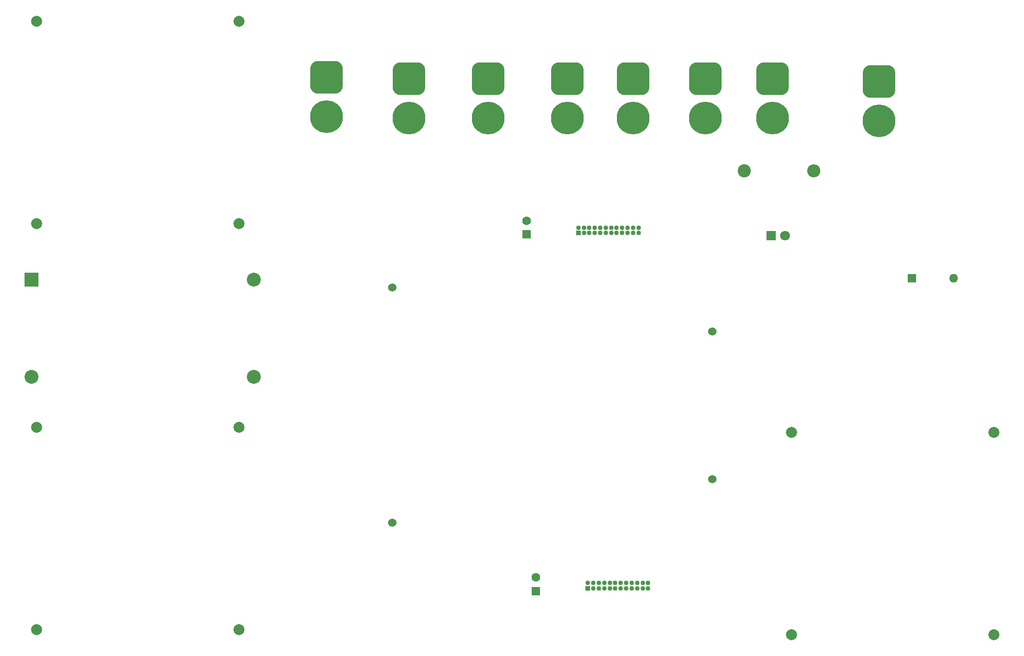
<source format=gbr>
%TF.GenerationSoftware,KiCad,Pcbnew,8.0.4*%
%TF.CreationDate,2025-03-28T09:25:27+01:00*%
%TF.ProjectId,final_agv_pdb,66696e61-6c5f-4616-9776-5f7064622e6b,rev?*%
%TF.SameCoordinates,Original*%
%TF.FileFunction,Soldermask,Top*%
%TF.FilePolarity,Negative*%
%FSLAX46Y46*%
G04 Gerber Fmt 4.6, Leading zero omitted, Abs format (unit mm)*
G04 Created by KiCad (PCBNEW 8.0.4) date 2025-03-28 09:25:27*
%MOMM*%
%LPD*%
G01*
G04 APERTURE LIST*
G04 Aperture macros list*
%AMRoundRect*
0 Rectangle with rounded corners*
0 $1 Rounding radius*
0 $2 $3 $4 $5 $6 $7 $8 $9 X,Y pos of 4 corners*
0 Add a 4 corners polygon primitive as box body*
4,1,4,$2,$3,$4,$5,$6,$7,$8,$9,$2,$3,0*
0 Add four circle primitives for the rounded corners*
1,1,$1+$1,$2,$3*
1,1,$1+$1,$4,$5*
1,1,$1+$1,$6,$7*
1,1,$1+$1,$8,$9*
0 Add four rect primitives between the rounded corners*
20,1,$1+$1,$2,$3,$4,$5,0*
20,1,$1+$1,$4,$5,$6,$7,0*
20,1,$1+$1,$6,$7,$8,$9,0*
20,1,$1+$1,$8,$9,$2,$3,0*%
G04 Aperture macros list end*
%ADD10RoundRect,1.500000X-1.500000X1.500000X-1.500000X-1.500000X1.500000X-1.500000X1.500000X1.500000X0*%
%ADD11C,6.000000*%
%ADD12O,2.400000X2.400000*%
%ADD13C,2.400000*%
%ADD14C,1.800000*%
%ADD15R,1.800000X1.800000*%
%ADD16R,1.600000X1.600000*%
%ADD17O,1.600000X1.600000*%
%ADD18C,1.600000*%
%ADD19R,2.540000X2.540000*%
%ADD20C,2.540000*%
%ADD21R,0.850000X0.850000*%
%ADD22O,0.850000X0.850000*%
%ADD23C,2.000000*%
%ADD24C,1.524000*%
G04 APERTURE END LIST*
D10*
%TO.C,J7*%
X212500000Y-50750000D03*
D11*
X212500000Y-57950000D03*
%TD*%
D10*
%TO.C,J6*%
X200250000Y-50750000D03*
D11*
X200250000Y-57950000D03*
%TD*%
D10*
%TO.C,J5*%
X187000000Y-50800000D03*
D11*
X187000000Y-58000000D03*
%TD*%
D10*
%TO.C,J4*%
X175000000Y-50800000D03*
D11*
X175000000Y-58000000D03*
%TD*%
D10*
%TO.C,J3*%
X160500000Y-50800000D03*
D11*
X160500000Y-58000000D03*
%TD*%
D10*
%TO.C,J2*%
X146000000Y-50800000D03*
D11*
X146000000Y-58000000D03*
%TD*%
D10*
%TO.C,J1*%
X131000000Y-50550000D03*
D11*
X131000000Y-57750000D03*
%TD*%
D12*
%TO.C,R1*%
X220060000Y-67590000D03*
D13*
X207360000Y-67590000D03*
%TD*%
D14*
%TO.C,D1*%
X214750000Y-79500000D03*
D15*
X212210000Y-79500000D03*
%TD*%
D16*
%TO.C,SW1*%
X237955000Y-87250000D03*
D17*
X245575000Y-87250000D03*
%TD*%
D16*
%TO.C,C1*%
X167500000Y-79250000D03*
D18*
X167500000Y-76750000D03*
%TD*%
D19*
%TO.C,LM2596*%
X77000000Y-87500000D03*
D20*
X77000000Y-105280000D03*
X117640000Y-105280000D03*
X117640000Y-87500000D03*
%TD*%
D21*
%TO.C,J9*%
X178750000Y-144000000D03*
D22*
X178750000Y-143000000D03*
X179750000Y-144000000D03*
X179750000Y-143000000D03*
X180750000Y-144000000D03*
X180750000Y-143000000D03*
X181750000Y-144000000D03*
X181750000Y-143000000D03*
X182750000Y-144000000D03*
X182750000Y-143000000D03*
X183750000Y-144000000D03*
X183750000Y-143000000D03*
X184750000Y-144000000D03*
X184750000Y-143000000D03*
X185750000Y-144000000D03*
X185750000Y-143000000D03*
X186750000Y-144000000D03*
X186750000Y-143000000D03*
X187750000Y-144000000D03*
X187750000Y-143000000D03*
X188750000Y-144000000D03*
X188750000Y-143000000D03*
X189750000Y-144000000D03*
X189750000Y-143000000D03*
%TD*%
D23*
%TO.C,REF\u002A\u002A*%
X253000000Y-115500000D03*
X216000000Y-115500000D03*
X216000000Y-152500000D03*
X253000000Y-152500000D03*
%TD*%
D16*
%TO.C,C2*%
X169250000Y-144500000D03*
D18*
X169250000Y-142000000D03*
%TD*%
D23*
%TO.C,REF\u002A\u002A*%
X115000000Y-114500000D03*
X78000000Y-114500000D03*
X78000000Y-151500000D03*
X115000000Y-151500000D03*
%TD*%
%TO.C,REF\u002A\u002A*%
X115000000Y-40250000D03*
X78000000Y-40250000D03*
X78000000Y-77250000D03*
X115000000Y-77250000D03*
%TD*%
D10*
%TO.C,BATTERY*%
X232000000Y-51250000D03*
D11*
X232000000Y-58450000D03*
%TD*%
D21*
%TO.C,5V*%
X177000000Y-79000000D03*
D22*
X177000000Y-78000000D03*
X178000000Y-79000000D03*
X178000000Y-78000000D03*
X179000000Y-79000000D03*
X179000000Y-78000000D03*
X180000000Y-79000000D03*
X180000000Y-78000000D03*
X181000000Y-79000000D03*
X181000000Y-78000000D03*
X182000000Y-79000000D03*
X182000000Y-78000000D03*
X183000000Y-79000000D03*
X183000000Y-78000000D03*
X184000000Y-79000000D03*
X184000000Y-78000000D03*
X185000000Y-79000000D03*
X185000000Y-78000000D03*
X186000000Y-79000000D03*
X186000000Y-78000000D03*
X187000000Y-79000000D03*
X187000000Y-78000000D03*
X188000000Y-79000000D03*
X188000000Y-78000000D03*
%TD*%
D24*
%TO.C,REF\u002A\u002A*%
X143000000Y-89000000D03*
X143000000Y-132000000D03*
X201500000Y-124000000D03*
X201500000Y-97000000D03*
%TD*%
M02*

</source>
